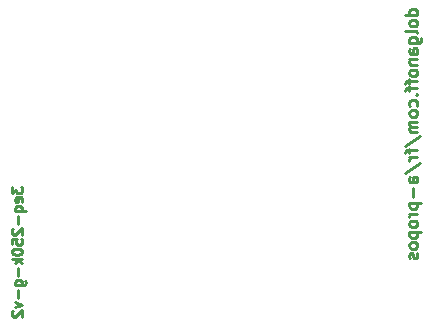
<source format=gbo>
%FSLAX46Y46*%
G04 Gerber Fmt 4.6, Leading zero omitted, Abs format (unit mm)*
G04 Created by KiCad (PCBNEW (2014-08-26 BZR 5101)-product) date 29/08/2014 13:32:12*
%MOMM*%
G01*
G04 APERTURE LIST*
%ADD10C,0.100000*%
%ADD11C,0.254000*%
%ADD12C,0.222250*%
%ADD13C,1.778000*%
%ADD14R,1.778000X1.778000*%
%ADD15R,2.286000X1.778000*%
%ADD16O,2.286000X1.778000*%
G04 APERTURE END LIST*
D10*
D11*
X147144619Y-85186763D02*
X146128619Y-85186763D01*
X147096238Y-85186763D02*
X147144619Y-85090001D01*
X147144619Y-84896478D01*
X147096238Y-84799716D01*
X147047857Y-84751335D01*
X146951095Y-84702954D01*
X146660810Y-84702954D01*
X146564048Y-84751335D01*
X146515667Y-84799716D01*
X146467286Y-84896478D01*
X146467286Y-85090001D01*
X146515667Y-85186763D01*
X147144619Y-85815716D02*
X147096238Y-85718954D01*
X147047857Y-85670573D01*
X146951095Y-85622192D01*
X146660810Y-85622192D01*
X146564048Y-85670573D01*
X146515667Y-85718954D01*
X146467286Y-85815716D01*
X146467286Y-85960858D01*
X146515667Y-86057620D01*
X146564048Y-86106001D01*
X146660810Y-86154382D01*
X146951095Y-86154382D01*
X147047857Y-86106001D01*
X147096238Y-86057620D01*
X147144619Y-85960858D01*
X147144619Y-85815716D01*
X147144619Y-86734954D02*
X147096238Y-86638192D01*
X146999476Y-86589811D01*
X146128619Y-86589811D01*
X146467286Y-87557429D02*
X147289762Y-87557429D01*
X147386524Y-87509048D01*
X147434905Y-87460667D01*
X147483286Y-87363906D01*
X147483286Y-87218763D01*
X147434905Y-87122001D01*
X147096238Y-87557429D02*
X147144619Y-87460667D01*
X147144619Y-87267144D01*
X147096238Y-87170382D01*
X147047857Y-87122001D01*
X146951095Y-87073620D01*
X146660810Y-87073620D01*
X146564048Y-87122001D01*
X146515667Y-87170382D01*
X146467286Y-87267144D01*
X146467286Y-87460667D01*
X146515667Y-87557429D01*
X147144619Y-88476667D02*
X146612429Y-88476667D01*
X146515667Y-88428286D01*
X146467286Y-88331524D01*
X146467286Y-88138001D01*
X146515667Y-88041239D01*
X147096238Y-88476667D02*
X147144619Y-88379905D01*
X147144619Y-88138001D01*
X147096238Y-88041239D01*
X146999476Y-87992858D01*
X146902714Y-87992858D01*
X146805952Y-88041239D01*
X146757571Y-88138001D01*
X146757571Y-88379905D01*
X146709190Y-88476667D01*
X146467286Y-88960477D02*
X147144619Y-88960477D01*
X146564048Y-88960477D02*
X146515667Y-89008858D01*
X146467286Y-89105620D01*
X146467286Y-89250762D01*
X146515667Y-89347524D01*
X146612429Y-89395905D01*
X147144619Y-89395905D01*
X147144619Y-90024858D02*
X147096238Y-89928096D01*
X147047857Y-89879715D01*
X146951095Y-89831334D01*
X146660810Y-89831334D01*
X146564048Y-89879715D01*
X146515667Y-89928096D01*
X146467286Y-90024858D01*
X146467286Y-90170000D01*
X146515667Y-90266762D01*
X146564048Y-90315143D01*
X146660810Y-90363524D01*
X146951095Y-90363524D01*
X147047857Y-90315143D01*
X147096238Y-90266762D01*
X147144619Y-90170000D01*
X147144619Y-90024858D01*
X146467286Y-90653810D02*
X146467286Y-91040858D01*
X147144619Y-90798953D02*
X146273762Y-90798953D01*
X146177000Y-90847334D01*
X146128619Y-90944096D01*
X146128619Y-91040858D01*
X146467286Y-91234381D02*
X146467286Y-91621429D01*
X147144619Y-91379524D02*
X146273762Y-91379524D01*
X146177000Y-91427905D01*
X146128619Y-91524667D01*
X146128619Y-91621429D01*
X147047857Y-91960095D02*
X147096238Y-92008476D01*
X147144619Y-91960095D01*
X147096238Y-91911714D01*
X147047857Y-91960095D01*
X147144619Y-91960095D01*
X147096238Y-92879333D02*
X147144619Y-92782571D01*
X147144619Y-92589048D01*
X147096238Y-92492286D01*
X147047857Y-92443905D01*
X146951095Y-92395524D01*
X146660810Y-92395524D01*
X146564048Y-92443905D01*
X146515667Y-92492286D01*
X146467286Y-92589048D01*
X146467286Y-92782571D01*
X146515667Y-92879333D01*
X147144619Y-93459905D02*
X147096238Y-93363143D01*
X147047857Y-93314762D01*
X146951095Y-93266381D01*
X146660810Y-93266381D01*
X146564048Y-93314762D01*
X146515667Y-93363143D01*
X146467286Y-93459905D01*
X146467286Y-93605047D01*
X146515667Y-93701809D01*
X146564048Y-93750190D01*
X146660810Y-93798571D01*
X146951095Y-93798571D01*
X147047857Y-93750190D01*
X147096238Y-93701809D01*
X147144619Y-93605047D01*
X147144619Y-93459905D01*
X147144619Y-94234000D02*
X146467286Y-94234000D01*
X146564048Y-94234000D02*
X146515667Y-94282381D01*
X146467286Y-94379143D01*
X146467286Y-94524285D01*
X146515667Y-94621047D01*
X146612429Y-94669428D01*
X147144619Y-94669428D01*
X146612429Y-94669428D02*
X146515667Y-94717809D01*
X146467286Y-94814571D01*
X146467286Y-94959714D01*
X146515667Y-95056476D01*
X146612429Y-95104857D01*
X147144619Y-95104857D01*
X146080238Y-96314381D02*
X147386524Y-95443524D01*
X146467286Y-96507905D02*
X146467286Y-96894953D01*
X147144619Y-96653048D02*
X146273762Y-96653048D01*
X146177000Y-96701429D01*
X146128619Y-96798191D01*
X146128619Y-96894953D01*
X147144619Y-97233619D02*
X146467286Y-97233619D01*
X146660810Y-97233619D02*
X146564048Y-97282000D01*
X146515667Y-97330381D01*
X146467286Y-97427143D01*
X146467286Y-97523904D01*
X146080238Y-98588285D02*
X147386524Y-97717428D01*
X147144619Y-99362380D02*
X146612429Y-99362380D01*
X146515667Y-99313999D01*
X146467286Y-99217237D01*
X146467286Y-99023714D01*
X146515667Y-98926952D01*
X147096238Y-99362380D02*
X147144619Y-99265618D01*
X147144619Y-99023714D01*
X147096238Y-98926952D01*
X146999476Y-98878571D01*
X146902714Y-98878571D01*
X146805952Y-98926952D01*
X146757571Y-99023714D01*
X146757571Y-99265618D01*
X146709190Y-99362380D01*
X146757571Y-99846190D02*
X146757571Y-100620285D01*
X146467286Y-101104095D02*
X147483286Y-101104095D01*
X146515667Y-101104095D02*
X146467286Y-101200857D01*
X146467286Y-101394380D01*
X146515667Y-101491142D01*
X146564048Y-101539523D01*
X146660810Y-101587904D01*
X146951095Y-101587904D01*
X147047857Y-101539523D01*
X147096238Y-101491142D01*
X147144619Y-101394380D01*
X147144619Y-101200857D01*
X147096238Y-101104095D01*
X147144619Y-102023333D02*
X146467286Y-102023333D01*
X146660810Y-102023333D02*
X146564048Y-102071714D01*
X146515667Y-102120095D01*
X146467286Y-102216857D01*
X146467286Y-102313618D01*
X147144619Y-102797428D02*
X147096238Y-102700666D01*
X147047857Y-102652285D01*
X146951095Y-102603904D01*
X146660810Y-102603904D01*
X146564048Y-102652285D01*
X146515667Y-102700666D01*
X146467286Y-102797428D01*
X146467286Y-102942570D01*
X146515667Y-103039332D01*
X146564048Y-103087713D01*
X146660810Y-103136094D01*
X146951095Y-103136094D01*
X147047857Y-103087713D01*
X147096238Y-103039332D01*
X147144619Y-102942570D01*
X147144619Y-102797428D01*
X146467286Y-103571523D02*
X147483286Y-103571523D01*
X146515667Y-103571523D02*
X146467286Y-103668285D01*
X146467286Y-103861808D01*
X146515667Y-103958570D01*
X146564048Y-104006951D01*
X146660810Y-104055332D01*
X146951095Y-104055332D01*
X147047857Y-104006951D01*
X147096238Y-103958570D01*
X147144619Y-103861808D01*
X147144619Y-103668285D01*
X147096238Y-103571523D01*
X147144619Y-104635904D02*
X147096238Y-104539142D01*
X147047857Y-104490761D01*
X146951095Y-104442380D01*
X146660810Y-104442380D01*
X146564048Y-104490761D01*
X146515667Y-104539142D01*
X146467286Y-104635904D01*
X146467286Y-104781046D01*
X146515667Y-104877808D01*
X146564048Y-104926189D01*
X146660810Y-104974570D01*
X146951095Y-104974570D01*
X147047857Y-104926189D01*
X147096238Y-104877808D01*
X147144619Y-104781046D01*
X147144619Y-104635904D01*
X147096238Y-105361618D02*
X147144619Y-105458380D01*
X147144619Y-105651904D01*
X147096238Y-105748665D01*
X146999476Y-105797046D01*
X146951095Y-105797046D01*
X146854333Y-105748665D01*
X146805952Y-105651904D01*
X146805952Y-105506761D01*
X146757571Y-105409999D01*
X146660810Y-105361618D01*
X146612429Y-105361618D01*
X146515667Y-105409999D01*
X146467286Y-105506761D01*
X146467286Y-105651904D01*
X146515667Y-105748665D01*
D12*
X112797167Y-99758499D02*
X112797167Y-100308832D01*
X113135833Y-100012499D01*
X113135833Y-100139499D01*
X113178167Y-100224166D01*
X113220500Y-100266499D01*
X113305167Y-100308832D01*
X113516833Y-100308832D01*
X113601500Y-100266499D01*
X113643833Y-100224166D01*
X113686167Y-100139499D01*
X113686167Y-99885499D01*
X113643833Y-99800832D01*
X113601500Y-99758499D01*
X113643833Y-101028499D02*
X113686167Y-100943833D01*
X113686167Y-100774499D01*
X113643833Y-100689833D01*
X113559167Y-100647499D01*
X113220500Y-100647499D01*
X113135833Y-100689833D01*
X113093500Y-100774499D01*
X113093500Y-100943833D01*
X113135833Y-101028499D01*
X113220500Y-101070833D01*
X113305167Y-101070833D01*
X113389833Y-100647499D01*
X113093500Y-101832833D02*
X113982500Y-101832833D01*
X113643833Y-101832833D02*
X113686167Y-101748166D01*
X113686167Y-101578833D01*
X113643833Y-101494166D01*
X113601500Y-101451833D01*
X113516833Y-101409499D01*
X113262833Y-101409499D01*
X113178167Y-101451833D01*
X113135833Y-101494166D01*
X113093500Y-101578833D01*
X113093500Y-101748166D01*
X113135833Y-101832833D01*
X113347500Y-102256166D02*
X113347500Y-102933499D01*
X112881833Y-103314499D02*
X112839500Y-103356833D01*
X112797167Y-103441499D01*
X112797167Y-103653166D01*
X112839500Y-103737833D01*
X112881833Y-103780166D01*
X112966500Y-103822499D01*
X113051167Y-103822499D01*
X113178167Y-103780166D01*
X113686167Y-103272166D01*
X113686167Y-103822499D01*
X112797167Y-104626833D02*
X112797167Y-104203500D01*
X113220500Y-104161166D01*
X113178167Y-104203500D01*
X113135833Y-104288166D01*
X113135833Y-104499833D01*
X113178167Y-104584500D01*
X113220500Y-104626833D01*
X113305167Y-104669166D01*
X113516833Y-104669166D01*
X113601500Y-104626833D01*
X113643833Y-104584500D01*
X113686167Y-104499833D01*
X113686167Y-104288166D01*
X113643833Y-104203500D01*
X113601500Y-104161166D01*
X112797167Y-105219500D02*
X112797167Y-105304167D01*
X112839500Y-105388833D01*
X112881833Y-105431167D01*
X112966500Y-105473500D01*
X113135833Y-105515833D01*
X113347500Y-105515833D01*
X113516833Y-105473500D01*
X113601500Y-105431167D01*
X113643833Y-105388833D01*
X113686167Y-105304167D01*
X113686167Y-105219500D01*
X113643833Y-105134833D01*
X113601500Y-105092500D01*
X113516833Y-105050167D01*
X113347500Y-105007833D01*
X113135833Y-105007833D01*
X112966500Y-105050167D01*
X112881833Y-105092500D01*
X112839500Y-105134833D01*
X112797167Y-105219500D01*
X113686167Y-105896834D02*
X112797167Y-105896834D01*
X113347500Y-105981500D02*
X113686167Y-106235500D01*
X113093500Y-106235500D02*
X113432167Y-105896834D01*
X113347500Y-106616501D02*
X113347500Y-107293834D01*
X113093500Y-108098168D02*
X113813167Y-108098168D01*
X113897833Y-108055834D01*
X113940167Y-108013501D01*
X113982500Y-107928834D01*
X113982500Y-107801834D01*
X113940167Y-107717168D01*
X113643833Y-108098168D02*
X113686167Y-108013501D01*
X113686167Y-107844168D01*
X113643833Y-107759501D01*
X113601500Y-107717168D01*
X113516833Y-107674834D01*
X113262833Y-107674834D01*
X113178167Y-107717168D01*
X113135833Y-107759501D01*
X113093500Y-107844168D01*
X113093500Y-108013501D01*
X113135833Y-108098168D01*
X113347500Y-108521501D02*
X113347500Y-109198834D01*
X113093500Y-109537501D02*
X113686167Y-109749168D01*
X113093500Y-109960834D01*
X112881833Y-110257167D02*
X112839500Y-110299501D01*
X112797167Y-110384167D01*
X112797167Y-110595834D01*
X112839500Y-110680501D01*
X112881833Y-110722834D01*
X112966500Y-110765167D01*
X113051167Y-110765167D01*
X113178167Y-110722834D01*
X113686167Y-110214834D01*
X113686167Y-110765167D01*
%LPC*%
D13*
X120015000Y-120015000D03*
X120015000Y-114935000D03*
D14*
X119888000Y-104140000D03*
D13*
X119888000Y-100330000D03*
X128270000Y-90170000D03*
X133350000Y-90170000D03*
X128270000Y-93345000D03*
X133350000Y-93345000D03*
X139065000Y-86360000D03*
X144145000Y-86360000D03*
X116840000Y-86360000D03*
X121920000Y-86360000D03*
D14*
X140335000Y-106680000D03*
D13*
X144145000Y-106680000D03*
D14*
X128905000Y-118745000D03*
D13*
X125095000Y-118745000D03*
D14*
X137160000Y-116840000D03*
D13*
X137160000Y-120650000D03*
D14*
X116840000Y-109220000D03*
D13*
X116840000Y-106680000D03*
D14*
X145415000Y-115570000D03*
D13*
X145415000Y-113030000D03*
D14*
X142240000Y-121285000D03*
D13*
X142240000Y-118745000D03*
X116840000Y-120015000D03*
X116840000Y-112395000D03*
X130175000Y-113665000D03*
X122555000Y-113665000D03*
X124460000Y-90170000D03*
X116840000Y-90170000D03*
X124460000Y-93345000D03*
X116840000Y-93345000D03*
X116840000Y-97155000D03*
X124460000Y-97155000D03*
X133985000Y-86360000D03*
X126365000Y-86360000D03*
X144145000Y-90170000D03*
X136525000Y-90170000D03*
X144145000Y-93345000D03*
X136525000Y-93345000D03*
X144145000Y-97155000D03*
X136525000Y-97155000D03*
X137160000Y-111125000D03*
X137160000Y-103505000D03*
X133985000Y-113665000D03*
X141605000Y-113665000D03*
X132080000Y-121285000D03*
X132080000Y-113665000D03*
D14*
X144145000Y-81915000D03*
D13*
X141605000Y-81915000D03*
X139065000Y-81915000D03*
D14*
X133350000Y-81915000D03*
D13*
X130810000Y-81915000D03*
X128270000Y-81915000D03*
D14*
X121920000Y-81915000D03*
D13*
X119380000Y-81915000D03*
X116840000Y-81915000D03*
D15*
X125095000Y-102235000D03*
D16*
X125095000Y-104775000D03*
X125095000Y-107315000D03*
X125095000Y-109855000D03*
X132715000Y-109855000D03*
X132715000Y-107315000D03*
X132715000Y-104775000D03*
X132715000Y-102235000D03*
M02*

</source>
